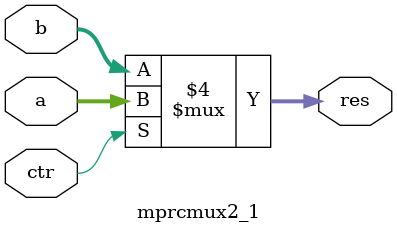
<source format=v>
module mprcmux2_1(
	a,
	b,
	ctr,
	res
);
parameter width=8;
input [width-1:0]a;
input [width-1:0]b;
input ctr;
output reg [width-1:0]res;

always @ *
begin
    if(ctr == 1)
	    res = a;
    else
	    res = b;
end

endmodule


</source>
